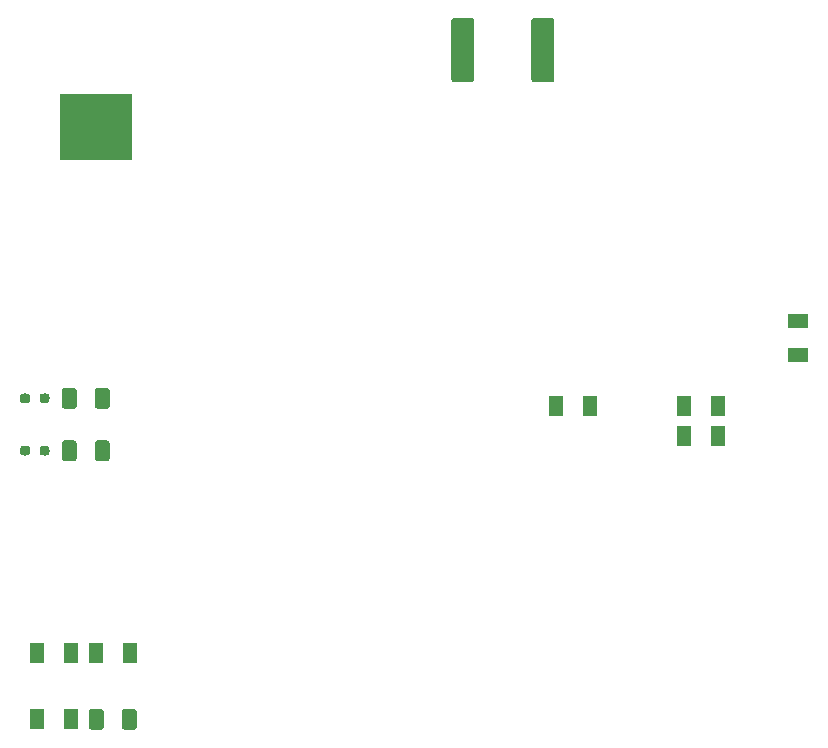
<source format=gbr>
G04 #@! TF.GenerationSoftware,KiCad,Pcbnew,(5.0.0)*
G04 #@! TF.CreationDate,2018-12-12T14:58:01+01:00*
G04 #@! TF.ProjectId,TrackAmplifier,547261636B416D706C69666965722E6B,rev?*
G04 #@! TF.SameCoordinates,Original*
G04 #@! TF.FileFunction,Paste,Bot*
G04 #@! TF.FilePolarity,Positive*
%FSLAX46Y46*%
G04 Gerber Fmt 4.6, Leading zero omitted, Abs format (unit mm)*
G04 Created by KiCad (PCBNEW (5.0.0)) date 12/12/18 14:58:01*
%MOMM*%
%LPD*%
G01*
G04 APERTURE LIST*
%ADD10R,1.220000X1.800000*%
%ADD11R,1.800000X1.220000*%
%ADD12C,0.100000*%
%ADD13C,1.925000*%
%ADD14C,1.250000*%
%ADD15R,6.200000X5.700000*%
%ADD16C,0.800000*%
G04 APERTURE END LIST*
D10*
G04 #@! TO.C,C8*
X142235000Y-87615000D03*
X139375000Y-87615000D03*
G04 #@! TD*
G04 #@! TO.C,C9*
X139375000Y-85075000D03*
X142235000Y-85075000D03*
G04 #@! TD*
D11*
G04 #@! TO.C,C17*
X149060000Y-80790000D03*
X149060000Y-77930000D03*
G04 #@! TD*
D10*
G04 #@! TO.C,C18*
X131440000Y-85075000D03*
X128580000Y-85075000D03*
G04 #@! TD*
G04 #@! TO.C,R20*
X87498000Y-111618000D03*
X84638000Y-111618000D03*
G04 #@! TD*
G04 #@! TO.C,R21*
X87498000Y-106030000D03*
X84638000Y-106030000D03*
G04 #@! TD*
G04 #@! TO.C,R38*
X92451000Y-106030000D03*
X89591000Y-106030000D03*
G04 #@! TD*
D12*
G04 #@! TO.C,F1*
G36*
X128165505Y-52252204D02*
X128189773Y-52255804D01*
X128213572Y-52261765D01*
X128236671Y-52270030D01*
X128258850Y-52280520D01*
X128279893Y-52293132D01*
X128299599Y-52307747D01*
X128317777Y-52324223D01*
X128334253Y-52342401D01*
X128348868Y-52362107D01*
X128361480Y-52383150D01*
X128371970Y-52405329D01*
X128380235Y-52428428D01*
X128386196Y-52452227D01*
X128389796Y-52476495D01*
X128391000Y-52500999D01*
X128391000Y-57451001D01*
X128389796Y-57475505D01*
X128386196Y-57499773D01*
X128380235Y-57523572D01*
X128371970Y-57546671D01*
X128361480Y-57568850D01*
X128348868Y-57589893D01*
X128334253Y-57609599D01*
X128317777Y-57627777D01*
X128299599Y-57644253D01*
X128279893Y-57658868D01*
X128258850Y-57671480D01*
X128236671Y-57681970D01*
X128213572Y-57690235D01*
X128189773Y-57696196D01*
X128165505Y-57699796D01*
X128141001Y-57701000D01*
X126715999Y-57701000D01*
X126691495Y-57699796D01*
X126667227Y-57696196D01*
X126643428Y-57690235D01*
X126620329Y-57681970D01*
X126598150Y-57671480D01*
X126577107Y-57658868D01*
X126557401Y-57644253D01*
X126539223Y-57627777D01*
X126522747Y-57609599D01*
X126508132Y-57589893D01*
X126495520Y-57568850D01*
X126485030Y-57546671D01*
X126476765Y-57523572D01*
X126470804Y-57499773D01*
X126467204Y-57475505D01*
X126466000Y-57451001D01*
X126466000Y-52500999D01*
X126467204Y-52476495D01*
X126470804Y-52452227D01*
X126476765Y-52428428D01*
X126485030Y-52405329D01*
X126495520Y-52383150D01*
X126508132Y-52362107D01*
X126522747Y-52342401D01*
X126539223Y-52324223D01*
X126557401Y-52307747D01*
X126577107Y-52293132D01*
X126598150Y-52280520D01*
X126620329Y-52270030D01*
X126643428Y-52261765D01*
X126667227Y-52255804D01*
X126691495Y-52252204D01*
X126715999Y-52251000D01*
X128141001Y-52251000D01*
X128165505Y-52252204D01*
X128165505Y-52252204D01*
G37*
D13*
X127428500Y-54976000D03*
D12*
G36*
X121390505Y-52252204D02*
X121414773Y-52255804D01*
X121438572Y-52261765D01*
X121461671Y-52270030D01*
X121483850Y-52280520D01*
X121504893Y-52293132D01*
X121524599Y-52307747D01*
X121542777Y-52324223D01*
X121559253Y-52342401D01*
X121573868Y-52362107D01*
X121586480Y-52383150D01*
X121596970Y-52405329D01*
X121605235Y-52428428D01*
X121611196Y-52452227D01*
X121614796Y-52476495D01*
X121616000Y-52500999D01*
X121616000Y-57451001D01*
X121614796Y-57475505D01*
X121611196Y-57499773D01*
X121605235Y-57523572D01*
X121596970Y-57546671D01*
X121586480Y-57568850D01*
X121573868Y-57589893D01*
X121559253Y-57609599D01*
X121542777Y-57627777D01*
X121524599Y-57644253D01*
X121504893Y-57658868D01*
X121483850Y-57671480D01*
X121461671Y-57681970D01*
X121438572Y-57690235D01*
X121414773Y-57696196D01*
X121390505Y-57699796D01*
X121366001Y-57701000D01*
X119940999Y-57701000D01*
X119916495Y-57699796D01*
X119892227Y-57696196D01*
X119868428Y-57690235D01*
X119845329Y-57681970D01*
X119823150Y-57671480D01*
X119802107Y-57658868D01*
X119782401Y-57644253D01*
X119764223Y-57627777D01*
X119747747Y-57609599D01*
X119733132Y-57589893D01*
X119720520Y-57568850D01*
X119710030Y-57546671D01*
X119701765Y-57523572D01*
X119695804Y-57499773D01*
X119692204Y-57475505D01*
X119691000Y-57451001D01*
X119691000Y-52500999D01*
X119692204Y-52476495D01*
X119695804Y-52452227D01*
X119701765Y-52428428D01*
X119710030Y-52405329D01*
X119720520Y-52383150D01*
X119733132Y-52362107D01*
X119747747Y-52342401D01*
X119764223Y-52324223D01*
X119782401Y-52307747D01*
X119802107Y-52293132D01*
X119823150Y-52280520D01*
X119845329Y-52270030D01*
X119868428Y-52261765D01*
X119892227Y-52255804D01*
X119916495Y-52252204D01*
X119940999Y-52251000D01*
X121366001Y-52251000D01*
X121390505Y-52252204D01*
X121390505Y-52252204D01*
G37*
D13*
X120653500Y-54976000D03*
G04 #@! TD*
D12*
G04 #@! TO.C,R16*
G36*
X92820504Y-110744204D02*
X92844773Y-110747804D01*
X92868571Y-110753765D01*
X92891671Y-110762030D01*
X92913849Y-110772520D01*
X92934893Y-110785133D01*
X92954598Y-110799747D01*
X92972777Y-110816223D01*
X92989253Y-110834402D01*
X93003867Y-110854107D01*
X93016480Y-110875151D01*
X93026970Y-110897329D01*
X93035235Y-110920429D01*
X93041196Y-110944227D01*
X93044796Y-110968496D01*
X93046000Y-110993000D01*
X93046000Y-112243000D01*
X93044796Y-112267504D01*
X93041196Y-112291773D01*
X93035235Y-112315571D01*
X93026970Y-112338671D01*
X93016480Y-112360849D01*
X93003867Y-112381893D01*
X92989253Y-112401598D01*
X92972777Y-112419777D01*
X92954598Y-112436253D01*
X92934893Y-112450867D01*
X92913849Y-112463480D01*
X92891671Y-112473970D01*
X92868571Y-112482235D01*
X92844773Y-112488196D01*
X92820504Y-112491796D01*
X92796000Y-112493000D01*
X92046000Y-112493000D01*
X92021496Y-112491796D01*
X91997227Y-112488196D01*
X91973429Y-112482235D01*
X91950329Y-112473970D01*
X91928151Y-112463480D01*
X91907107Y-112450867D01*
X91887402Y-112436253D01*
X91869223Y-112419777D01*
X91852747Y-112401598D01*
X91838133Y-112381893D01*
X91825520Y-112360849D01*
X91815030Y-112338671D01*
X91806765Y-112315571D01*
X91800804Y-112291773D01*
X91797204Y-112267504D01*
X91796000Y-112243000D01*
X91796000Y-110993000D01*
X91797204Y-110968496D01*
X91800804Y-110944227D01*
X91806765Y-110920429D01*
X91815030Y-110897329D01*
X91825520Y-110875151D01*
X91838133Y-110854107D01*
X91852747Y-110834402D01*
X91869223Y-110816223D01*
X91887402Y-110799747D01*
X91907107Y-110785133D01*
X91928151Y-110772520D01*
X91950329Y-110762030D01*
X91973429Y-110753765D01*
X91997227Y-110747804D01*
X92021496Y-110744204D01*
X92046000Y-110743000D01*
X92796000Y-110743000D01*
X92820504Y-110744204D01*
X92820504Y-110744204D01*
G37*
D14*
X92421000Y-111618000D03*
D12*
G36*
X90020504Y-110744204D02*
X90044773Y-110747804D01*
X90068571Y-110753765D01*
X90091671Y-110762030D01*
X90113849Y-110772520D01*
X90134893Y-110785133D01*
X90154598Y-110799747D01*
X90172777Y-110816223D01*
X90189253Y-110834402D01*
X90203867Y-110854107D01*
X90216480Y-110875151D01*
X90226970Y-110897329D01*
X90235235Y-110920429D01*
X90241196Y-110944227D01*
X90244796Y-110968496D01*
X90246000Y-110993000D01*
X90246000Y-112243000D01*
X90244796Y-112267504D01*
X90241196Y-112291773D01*
X90235235Y-112315571D01*
X90226970Y-112338671D01*
X90216480Y-112360849D01*
X90203867Y-112381893D01*
X90189253Y-112401598D01*
X90172777Y-112419777D01*
X90154598Y-112436253D01*
X90134893Y-112450867D01*
X90113849Y-112463480D01*
X90091671Y-112473970D01*
X90068571Y-112482235D01*
X90044773Y-112488196D01*
X90020504Y-112491796D01*
X89996000Y-112493000D01*
X89246000Y-112493000D01*
X89221496Y-112491796D01*
X89197227Y-112488196D01*
X89173429Y-112482235D01*
X89150329Y-112473970D01*
X89128151Y-112463480D01*
X89107107Y-112450867D01*
X89087402Y-112436253D01*
X89069223Y-112419777D01*
X89052747Y-112401598D01*
X89038133Y-112381893D01*
X89025520Y-112360849D01*
X89015030Y-112338671D01*
X89006765Y-112315571D01*
X89000804Y-112291773D01*
X88997204Y-112267504D01*
X88996000Y-112243000D01*
X88996000Y-110993000D01*
X88997204Y-110968496D01*
X89000804Y-110944227D01*
X89006765Y-110920429D01*
X89015030Y-110897329D01*
X89025520Y-110875151D01*
X89038133Y-110854107D01*
X89052747Y-110834402D01*
X89069223Y-110816223D01*
X89087402Y-110799747D01*
X89107107Y-110785133D01*
X89128151Y-110772520D01*
X89150329Y-110762030D01*
X89173429Y-110753765D01*
X89197227Y-110747804D01*
X89221496Y-110744204D01*
X89246000Y-110743000D01*
X89996000Y-110743000D01*
X90020504Y-110744204D01*
X90020504Y-110744204D01*
G37*
D14*
X89621000Y-111618000D03*
G04 #@! TD*
D12*
G04 #@! TO.C,R43*
G36*
X90534504Y-88011204D02*
X90558773Y-88014804D01*
X90582571Y-88020765D01*
X90605671Y-88029030D01*
X90627849Y-88039520D01*
X90648893Y-88052133D01*
X90668598Y-88066747D01*
X90686777Y-88083223D01*
X90703253Y-88101402D01*
X90717867Y-88121107D01*
X90730480Y-88142151D01*
X90740970Y-88164329D01*
X90749235Y-88187429D01*
X90755196Y-88211227D01*
X90758796Y-88235496D01*
X90760000Y-88260000D01*
X90760000Y-89510000D01*
X90758796Y-89534504D01*
X90755196Y-89558773D01*
X90749235Y-89582571D01*
X90740970Y-89605671D01*
X90730480Y-89627849D01*
X90717867Y-89648893D01*
X90703253Y-89668598D01*
X90686777Y-89686777D01*
X90668598Y-89703253D01*
X90648893Y-89717867D01*
X90627849Y-89730480D01*
X90605671Y-89740970D01*
X90582571Y-89749235D01*
X90558773Y-89755196D01*
X90534504Y-89758796D01*
X90510000Y-89760000D01*
X89760000Y-89760000D01*
X89735496Y-89758796D01*
X89711227Y-89755196D01*
X89687429Y-89749235D01*
X89664329Y-89740970D01*
X89642151Y-89730480D01*
X89621107Y-89717867D01*
X89601402Y-89703253D01*
X89583223Y-89686777D01*
X89566747Y-89668598D01*
X89552133Y-89648893D01*
X89539520Y-89627849D01*
X89529030Y-89605671D01*
X89520765Y-89582571D01*
X89514804Y-89558773D01*
X89511204Y-89534504D01*
X89510000Y-89510000D01*
X89510000Y-88260000D01*
X89511204Y-88235496D01*
X89514804Y-88211227D01*
X89520765Y-88187429D01*
X89529030Y-88164329D01*
X89539520Y-88142151D01*
X89552133Y-88121107D01*
X89566747Y-88101402D01*
X89583223Y-88083223D01*
X89601402Y-88066747D01*
X89621107Y-88052133D01*
X89642151Y-88039520D01*
X89664329Y-88029030D01*
X89687429Y-88020765D01*
X89711227Y-88014804D01*
X89735496Y-88011204D01*
X89760000Y-88010000D01*
X90510000Y-88010000D01*
X90534504Y-88011204D01*
X90534504Y-88011204D01*
G37*
D14*
X90135000Y-88885000D03*
D12*
G36*
X87734504Y-88011204D02*
X87758773Y-88014804D01*
X87782571Y-88020765D01*
X87805671Y-88029030D01*
X87827849Y-88039520D01*
X87848893Y-88052133D01*
X87868598Y-88066747D01*
X87886777Y-88083223D01*
X87903253Y-88101402D01*
X87917867Y-88121107D01*
X87930480Y-88142151D01*
X87940970Y-88164329D01*
X87949235Y-88187429D01*
X87955196Y-88211227D01*
X87958796Y-88235496D01*
X87960000Y-88260000D01*
X87960000Y-89510000D01*
X87958796Y-89534504D01*
X87955196Y-89558773D01*
X87949235Y-89582571D01*
X87940970Y-89605671D01*
X87930480Y-89627849D01*
X87917867Y-89648893D01*
X87903253Y-89668598D01*
X87886777Y-89686777D01*
X87868598Y-89703253D01*
X87848893Y-89717867D01*
X87827849Y-89730480D01*
X87805671Y-89740970D01*
X87782571Y-89749235D01*
X87758773Y-89755196D01*
X87734504Y-89758796D01*
X87710000Y-89760000D01*
X86960000Y-89760000D01*
X86935496Y-89758796D01*
X86911227Y-89755196D01*
X86887429Y-89749235D01*
X86864329Y-89740970D01*
X86842151Y-89730480D01*
X86821107Y-89717867D01*
X86801402Y-89703253D01*
X86783223Y-89686777D01*
X86766747Y-89668598D01*
X86752133Y-89648893D01*
X86739520Y-89627849D01*
X86729030Y-89605671D01*
X86720765Y-89582571D01*
X86714804Y-89558773D01*
X86711204Y-89534504D01*
X86710000Y-89510000D01*
X86710000Y-88260000D01*
X86711204Y-88235496D01*
X86714804Y-88211227D01*
X86720765Y-88187429D01*
X86729030Y-88164329D01*
X86739520Y-88142151D01*
X86752133Y-88121107D01*
X86766747Y-88101402D01*
X86783223Y-88083223D01*
X86801402Y-88066747D01*
X86821107Y-88052133D01*
X86842151Y-88039520D01*
X86864329Y-88029030D01*
X86887429Y-88020765D01*
X86911227Y-88014804D01*
X86935496Y-88011204D01*
X86960000Y-88010000D01*
X87710000Y-88010000D01*
X87734504Y-88011204D01*
X87734504Y-88011204D01*
G37*
D14*
X87335000Y-88885000D03*
G04 #@! TD*
D12*
G04 #@! TO.C,R46*
G36*
X87734504Y-83566204D02*
X87758773Y-83569804D01*
X87782571Y-83575765D01*
X87805671Y-83584030D01*
X87827849Y-83594520D01*
X87848893Y-83607133D01*
X87868598Y-83621747D01*
X87886777Y-83638223D01*
X87903253Y-83656402D01*
X87917867Y-83676107D01*
X87930480Y-83697151D01*
X87940970Y-83719329D01*
X87949235Y-83742429D01*
X87955196Y-83766227D01*
X87958796Y-83790496D01*
X87960000Y-83815000D01*
X87960000Y-85065000D01*
X87958796Y-85089504D01*
X87955196Y-85113773D01*
X87949235Y-85137571D01*
X87940970Y-85160671D01*
X87930480Y-85182849D01*
X87917867Y-85203893D01*
X87903253Y-85223598D01*
X87886777Y-85241777D01*
X87868598Y-85258253D01*
X87848893Y-85272867D01*
X87827849Y-85285480D01*
X87805671Y-85295970D01*
X87782571Y-85304235D01*
X87758773Y-85310196D01*
X87734504Y-85313796D01*
X87710000Y-85315000D01*
X86960000Y-85315000D01*
X86935496Y-85313796D01*
X86911227Y-85310196D01*
X86887429Y-85304235D01*
X86864329Y-85295970D01*
X86842151Y-85285480D01*
X86821107Y-85272867D01*
X86801402Y-85258253D01*
X86783223Y-85241777D01*
X86766747Y-85223598D01*
X86752133Y-85203893D01*
X86739520Y-85182849D01*
X86729030Y-85160671D01*
X86720765Y-85137571D01*
X86714804Y-85113773D01*
X86711204Y-85089504D01*
X86710000Y-85065000D01*
X86710000Y-83815000D01*
X86711204Y-83790496D01*
X86714804Y-83766227D01*
X86720765Y-83742429D01*
X86729030Y-83719329D01*
X86739520Y-83697151D01*
X86752133Y-83676107D01*
X86766747Y-83656402D01*
X86783223Y-83638223D01*
X86801402Y-83621747D01*
X86821107Y-83607133D01*
X86842151Y-83594520D01*
X86864329Y-83584030D01*
X86887429Y-83575765D01*
X86911227Y-83569804D01*
X86935496Y-83566204D01*
X86960000Y-83565000D01*
X87710000Y-83565000D01*
X87734504Y-83566204D01*
X87734504Y-83566204D01*
G37*
D14*
X87335000Y-84440000D03*
D12*
G36*
X90534504Y-83566204D02*
X90558773Y-83569804D01*
X90582571Y-83575765D01*
X90605671Y-83584030D01*
X90627849Y-83594520D01*
X90648893Y-83607133D01*
X90668598Y-83621747D01*
X90686777Y-83638223D01*
X90703253Y-83656402D01*
X90717867Y-83676107D01*
X90730480Y-83697151D01*
X90740970Y-83719329D01*
X90749235Y-83742429D01*
X90755196Y-83766227D01*
X90758796Y-83790496D01*
X90760000Y-83815000D01*
X90760000Y-85065000D01*
X90758796Y-85089504D01*
X90755196Y-85113773D01*
X90749235Y-85137571D01*
X90740970Y-85160671D01*
X90730480Y-85182849D01*
X90717867Y-85203893D01*
X90703253Y-85223598D01*
X90686777Y-85241777D01*
X90668598Y-85258253D01*
X90648893Y-85272867D01*
X90627849Y-85285480D01*
X90605671Y-85295970D01*
X90582571Y-85304235D01*
X90558773Y-85310196D01*
X90534504Y-85313796D01*
X90510000Y-85315000D01*
X89760000Y-85315000D01*
X89735496Y-85313796D01*
X89711227Y-85310196D01*
X89687429Y-85304235D01*
X89664329Y-85295970D01*
X89642151Y-85285480D01*
X89621107Y-85272867D01*
X89601402Y-85258253D01*
X89583223Y-85241777D01*
X89566747Y-85223598D01*
X89552133Y-85203893D01*
X89539520Y-85182849D01*
X89529030Y-85160671D01*
X89520765Y-85137571D01*
X89514804Y-85113773D01*
X89511204Y-85089504D01*
X89510000Y-85065000D01*
X89510000Y-83815000D01*
X89511204Y-83790496D01*
X89514804Y-83766227D01*
X89520765Y-83742429D01*
X89529030Y-83719329D01*
X89539520Y-83697151D01*
X89552133Y-83676107D01*
X89566747Y-83656402D01*
X89583223Y-83638223D01*
X89601402Y-83621747D01*
X89621107Y-83607133D01*
X89642151Y-83594520D01*
X89664329Y-83584030D01*
X89687429Y-83575765D01*
X89711227Y-83569804D01*
X89735496Y-83566204D01*
X89760000Y-83565000D01*
X90510000Y-83565000D01*
X90534504Y-83566204D01*
X90534504Y-83566204D01*
G37*
D14*
X90135000Y-84440000D03*
G04 #@! TD*
D15*
G04 #@! TO.C,U3*
X89556667Y-61457000D03*
G04 #@! TD*
D12*
G04 #@! TO.C,D13*
G36*
X83811603Y-88485963D02*
X83831018Y-88488843D01*
X83850057Y-88493612D01*
X83868537Y-88500224D01*
X83886279Y-88508616D01*
X83903114Y-88518706D01*
X83918879Y-88530398D01*
X83933421Y-88543579D01*
X83946602Y-88558121D01*
X83958294Y-88573886D01*
X83968384Y-88590721D01*
X83976776Y-88608463D01*
X83983388Y-88626943D01*
X83988157Y-88645982D01*
X83991037Y-88665397D01*
X83992000Y-88685000D01*
X83992000Y-89085000D01*
X83991037Y-89104603D01*
X83988157Y-89124018D01*
X83983388Y-89143057D01*
X83976776Y-89161537D01*
X83968384Y-89179279D01*
X83958294Y-89196114D01*
X83946602Y-89211879D01*
X83933421Y-89226421D01*
X83918879Y-89239602D01*
X83903114Y-89251294D01*
X83886279Y-89261384D01*
X83868537Y-89269776D01*
X83850057Y-89276388D01*
X83831018Y-89281157D01*
X83811603Y-89284037D01*
X83792000Y-89285000D01*
X83392000Y-89285000D01*
X83372397Y-89284037D01*
X83352982Y-89281157D01*
X83333943Y-89276388D01*
X83315463Y-89269776D01*
X83297721Y-89261384D01*
X83280886Y-89251294D01*
X83265121Y-89239602D01*
X83250579Y-89226421D01*
X83237398Y-89211879D01*
X83225706Y-89196114D01*
X83215616Y-89179279D01*
X83207224Y-89161537D01*
X83200612Y-89143057D01*
X83195843Y-89124018D01*
X83192963Y-89104603D01*
X83192000Y-89085000D01*
X83192000Y-88685000D01*
X83192963Y-88665397D01*
X83195843Y-88645982D01*
X83200612Y-88626943D01*
X83207224Y-88608463D01*
X83215616Y-88590721D01*
X83225706Y-88573886D01*
X83237398Y-88558121D01*
X83250579Y-88543579D01*
X83265121Y-88530398D01*
X83280886Y-88518706D01*
X83297721Y-88508616D01*
X83315463Y-88500224D01*
X83333943Y-88493612D01*
X83352982Y-88488843D01*
X83372397Y-88485963D01*
X83392000Y-88485000D01*
X83792000Y-88485000D01*
X83811603Y-88485963D01*
X83811603Y-88485963D01*
G37*
D16*
X83592000Y-88885000D03*
D12*
G36*
X85461603Y-88485963D02*
X85481018Y-88488843D01*
X85500057Y-88493612D01*
X85518537Y-88500224D01*
X85536279Y-88508616D01*
X85553114Y-88518706D01*
X85568879Y-88530398D01*
X85583421Y-88543579D01*
X85596602Y-88558121D01*
X85608294Y-88573886D01*
X85618384Y-88590721D01*
X85626776Y-88608463D01*
X85633388Y-88626943D01*
X85638157Y-88645982D01*
X85641037Y-88665397D01*
X85642000Y-88685000D01*
X85642000Y-89085000D01*
X85641037Y-89104603D01*
X85638157Y-89124018D01*
X85633388Y-89143057D01*
X85626776Y-89161537D01*
X85618384Y-89179279D01*
X85608294Y-89196114D01*
X85596602Y-89211879D01*
X85583421Y-89226421D01*
X85568879Y-89239602D01*
X85553114Y-89251294D01*
X85536279Y-89261384D01*
X85518537Y-89269776D01*
X85500057Y-89276388D01*
X85481018Y-89281157D01*
X85461603Y-89284037D01*
X85442000Y-89285000D01*
X85042000Y-89285000D01*
X85022397Y-89284037D01*
X85002982Y-89281157D01*
X84983943Y-89276388D01*
X84965463Y-89269776D01*
X84947721Y-89261384D01*
X84930886Y-89251294D01*
X84915121Y-89239602D01*
X84900579Y-89226421D01*
X84887398Y-89211879D01*
X84875706Y-89196114D01*
X84865616Y-89179279D01*
X84857224Y-89161537D01*
X84850612Y-89143057D01*
X84845843Y-89124018D01*
X84842963Y-89104603D01*
X84842000Y-89085000D01*
X84842000Y-88685000D01*
X84842963Y-88665397D01*
X84845843Y-88645982D01*
X84850612Y-88626943D01*
X84857224Y-88608463D01*
X84865616Y-88590721D01*
X84875706Y-88573886D01*
X84887398Y-88558121D01*
X84900579Y-88543579D01*
X84915121Y-88530398D01*
X84930886Y-88518706D01*
X84947721Y-88508616D01*
X84965463Y-88500224D01*
X84983943Y-88493612D01*
X85002982Y-88488843D01*
X85022397Y-88485963D01*
X85042000Y-88485000D01*
X85442000Y-88485000D01*
X85461603Y-88485963D01*
X85461603Y-88485963D01*
G37*
D16*
X85242000Y-88885000D03*
G04 #@! TD*
D12*
G04 #@! TO.C,D16*
G36*
X85461603Y-84040963D02*
X85481018Y-84043843D01*
X85500057Y-84048612D01*
X85518537Y-84055224D01*
X85536279Y-84063616D01*
X85553114Y-84073706D01*
X85568879Y-84085398D01*
X85583421Y-84098579D01*
X85596602Y-84113121D01*
X85608294Y-84128886D01*
X85618384Y-84145721D01*
X85626776Y-84163463D01*
X85633388Y-84181943D01*
X85638157Y-84200982D01*
X85641037Y-84220397D01*
X85642000Y-84240000D01*
X85642000Y-84640000D01*
X85641037Y-84659603D01*
X85638157Y-84679018D01*
X85633388Y-84698057D01*
X85626776Y-84716537D01*
X85618384Y-84734279D01*
X85608294Y-84751114D01*
X85596602Y-84766879D01*
X85583421Y-84781421D01*
X85568879Y-84794602D01*
X85553114Y-84806294D01*
X85536279Y-84816384D01*
X85518537Y-84824776D01*
X85500057Y-84831388D01*
X85481018Y-84836157D01*
X85461603Y-84839037D01*
X85442000Y-84840000D01*
X85042000Y-84840000D01*
X85022397Y-84839037D01*
X85002982Y-84836157D01*
X84983943Y-84831388D01*
X84965463Y-84824776D01*
X84947721Y-84816384D01*
X84930886Y-84806294D01*
X84915121Y-84794602D01*
X84900579Y-84781421D01*
X84887398Y-84766879D01*
X84875706Y-84751114D01*
X84865616Y-84734279D01*
X84857224Y-84716537D01*
X84850612Y-84698057D01*
X84845843Y-84679018D01*
X84842963Y-84659603D01*
X84842000Y-84640000D01*
X84842000Y-84240000D01*
X84842963Y-84220397D01*
X84845843Y-84200982D01*
X84850612Y-84181943D01*
X84857224Y-84163463D01*
X84865616Y-84145721D01*
X84875706Y-84128886D01*
X84887398Y-84113121D01*
X84900579Y-84098579D01*
X84915121Y-84085398D01*
X84930886Y-84073706D01*
X84947721Y-84063616D01*
X84965463Y-84055224D01*
X84983943Y-84048612D01*
X85002982Y-84043843D01*
X85022397Y-84040963D01*
X85042000Y-84040000D01*
X85442000Y-84040000D01*
X85461603Y-84040963D01*
X85461603Y-84040963D01*
G37*
D16*
X85242000Y-84440000D03*
D12*
G36*
X83811603Y-84040963D02*
X83831018Y-84043843D01*
X83850057Y-84048612D01*
X83868537Y-84055224D01*
X83886279Y-84063616D01*
X83903114Y-84073706D01*
X83918879Y-84085398D01*
X83933421Y-84098579D01*
X83946602Y-84113121D01*
X83958294Y-84128886D01*
X83968384Y-84145721D01*
X83976776Y-84163463D01*
X83983388Y-84181943D01*
X83988157Y-84200982D01*
X83991037Y-84220397D01*
X83992000Y-84240000D01*
X83992000Y-84640000D01*
X83991037Y-84659603D01*
X83988157Y-84679018D01*
X83983388Y-84698057D01*
X83976776Y-84716537D01*
X83968384Y-84734279D01*
X83958294Y-84751114D01*
X83946602Y-84766879D01*
X83933421Y-84781421D01*
X83918879Y-84794602D01*
X83903114Y-84806294D01*
X83886279Y-84816384D01*
X83868537Y-84824776D01*
X83850057Y-84831388D01*
X83831018Y-84836157D01*
X83811603Y-84839037D01*
X83792000Y-84840000D01*
X83392000Y-84840000D01*
X83372397Y-84839037D01*
X83352982Y-84836157D01*
X83333943Y-84831388D01*
X83315463Y-84824776D01*
X83297721Y-84816384D01*
X83280886Y-84806294D01*
X83265121Y-84794602D01*
X83250579Y-84781421D01*
X83237398Y-84766879D01*
X83225706Y-84751114D01*
X83215616Y-84734279D01*
X83207224Y-84716537D01*
X83200612Y-84698057D01*
X83195843Y-84679018D01*
X83192963Y-84659603D01*
X83192000Y-84640000D01*
X83192000Y-84240000D01*
X83192963Y-84220397D01*
X83195843Y-84200982D01*
X83200612Y-84181943D01*
X83207224Y-84163463D01*
X83215616Y-84145721D01*
X83225706Y-84128886D01*
X83237398Y-84113121D01*
X83250579Y-84098579D01*
X83265121Y-84085398D01*
X83280886Y-84073706D01*
X83297721Y-84063616D01*
X83315463Y-84055224D01*
X83333943Y-84048612D01*
X83352982Y-84043843D01*
X83372397Y-84040963D01*
X83392000Y-84040000D01*
X83792000Y-84040000D01*
X83811603Y-84040963D01*
X83811603Y-84040963D01*
G37*
D16*
X83592000Y-84440000D03*
G04 #@! TD*
M02*

</source>
